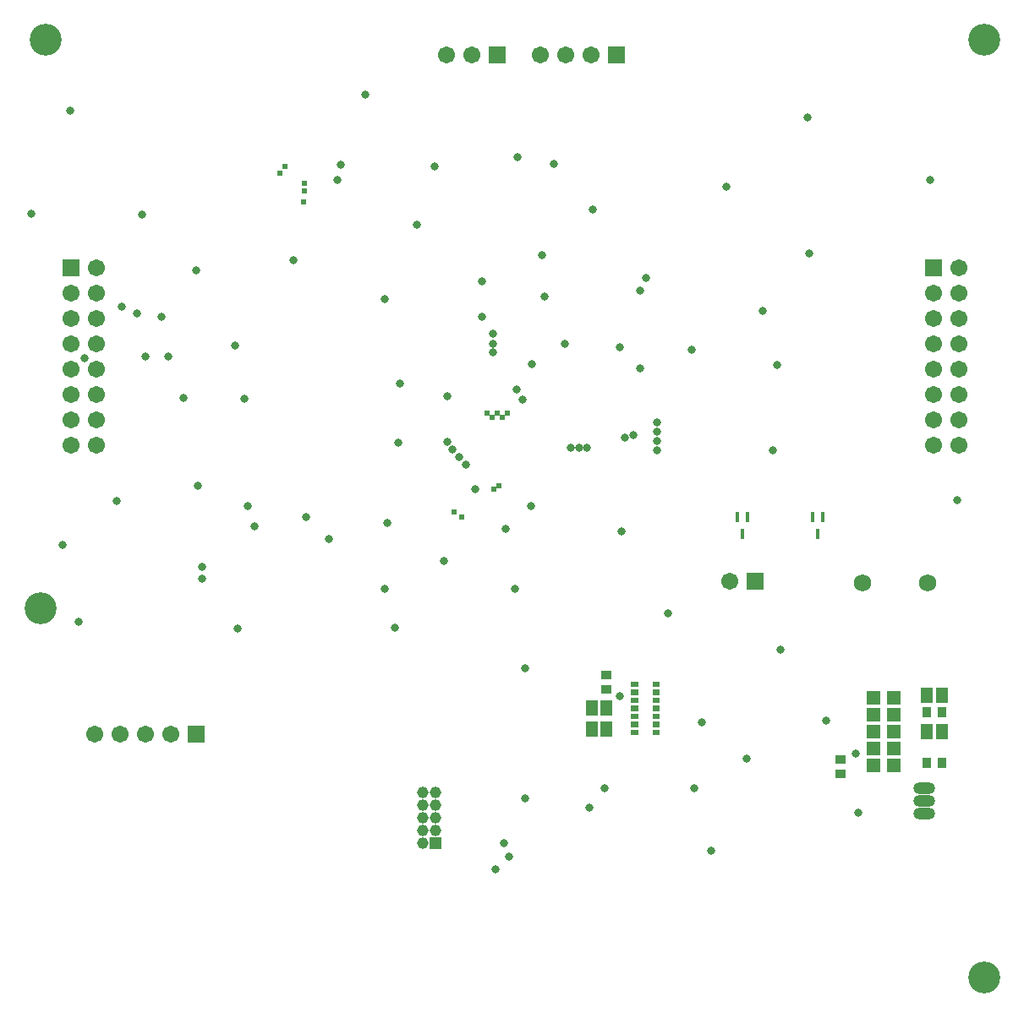
<source format=gbs>
G04 Layer_Color=16711935*
%FSLAX44Y44*%
%MOMM*%
G71*
G01*
G75*
%ADD80R,0.9032X1.1032*%
%ADD83R,1.1032X0.9032*%
%ADD104R,1.3032X1.6032*%
%ADD107R,1.7032X1.7032*%
%ADD108R,1.7032X1.7032*%
%ADD109C,1.7032*%
%ADD110C,1.1600*%
%ADD111R,1.1600X1.1600*%
%ADD112C,1.7272*%
%ADD113O,2.2032X1.2032*%
%ADD114O,2.2032X1.2032*%
%ADD115C,0.8032*%
%ADD116C,0.6032*%
%ADD117C,3.2032*%
G36*
X866348Y286642D02*
X852348D01*
Y300642D01*
X866348D01*
Y286642D01*
D02*
G37*
G36*
X645000Y281250D02*
X638000D01*
Y286750D01*
X645000D01*
Y281250D01*
D02*
G37*
G36*
X623500D02*
X616500D01*
Y286750D01*
X623500D01*
Y281250D01*
D02*
G37*
G36*
X886348Y286642D02*
X872348D01*
Y300642D01*
X886348D01*
Y286642D01*
D02*
G37*
G36*
X623500Y297250D02*
X616500D01*
Y302750D01*
X623500D01*
Y297250D01*
D02*
G37*
G36*
X645000Y289250D02*
X638000D01*
Y294750D01*
X645000D01*
Y289250D01*
D02*
G37*
G36*
X623500D02*
X616500D01*
Y294750D01*
X623500D01*
Y289250D01*
D02*
G37*
G36*
X645000Y273250D02*
X638000D01*
Y278750D01*
X645000D01*
Y273250D01*
D02*
G37*
G36*
X866348Y252642D02*
X852348D01*
Y266642D01*
X866348D01*
Y252642D01*
D02*
G37*
G36*
X886348Y235642D02*
X872348D01*
Y249642D01*
X886348D01*
Y235642D01*
D02*
G37*
G36*
X866348D02*
X852348D01*
Y249642D01*
X866348D01*
Y235642D01*
D02*
G37*
G36*
X886348Y252642D02*
X872348D01*
Y266642D01*
X886348D01*
Y252642D01*
D02*
G37*
G36*
X623500Y273250D02*
X616500D01*
Y278750D01*
X623500D01*
Y273250D01*
D02*
G37*
G36*
X886348Y269642D02*
X872348D01*
Y283642D01*
X886348D01*
Y269642D01*
D02*
G37*
G36*
X866348D02*
X852348D01*
Y283642D01*
X866348D01*
Y269642D01*
D02*
G37*
G36*
X804684Y470142D02*
X801636D01*
Y480302D01*
X804684D01*
Y470142D01*
D02*
G37*
G36*
X729684D02*
X726636D01*
Y480302D01*
X729684D01*
Y470142D01*
D02*
G37*
G36*
X645000Y321250D02*
X638000D01*
Y326750D01*
X645000D01*
Y321250D01*
D02*
G37*
G36*
X724858Y486398D02*
X721302D01*
Y496558D01*
X724858D01*
Y486398D01*
D02*
G37*
G36*
X810018D02*
X806462D01*
Y496558D01*
X810018D01*
Y486398D01*
D02*
G37*
G36*
X799858D02*
X796302D01*
Y496558D01*
X799858D01*
Y486398D01*
D02*
G37*
G36*
X735018D02*
X731462D01*
Y496558D01*
X735018D01*
Y486398D01*
D02*
G37*
G36*
X623500Y321250D02*
X616500D01*
Y326750D01*
X623500D01*
Y321250D01*
D02*
G37*
G36*
X886348Y303642D02*
X872348D01*
Y317642D01*
X886348D01*
Y303642D01*
D02*
G37*
G36*
X866348D02*
X852348D01*
Y317642D01*
X866348D01*
Y303642D01*
D02*
G37*
G36*
X645000Y297250D02*
X638000D01*
Y302750D01*
X645000D01*
Y297250D01*
D02*
G37*
G36*
X623500Y305250D02*
X616500D01*
Y310750D01*
X623500D01*
Y305250D01*
D02*
G37*
G36*
X645000Y313250D02*
X638000D01*
Y318750D01*
X645000D01*
Y313250D01*
D02*
G37*
G36*
X623500D02*
X616500D01*
Y318750D01*
X623500D01*
Y313250D01*
D02*
G37*
G36*
X645000Y305250D02*
X638000D01*
Y310750D01*
X645000D01*
Y305250D01*
D02*
G37*
D80*
X927488Y296418D02*
D03*
X912488D02*
D03*
X927500Y245000D02*
D03*
X912500D02*
D03*
D83*
X825754Y234054D02*
D03*
Y249054D02*
D03*
X591820Y318636D02*
D03*
Y333636D02*
D03*
D104*
X577000Y300000D02*
D03*
X592000D02*
D03*
X577000Y279000D02*
D03*
X592000D02*
D03*
X927488Y276352D02*
D03*
X912488D02*
D03*
X927488Y313436D02*
D03*
X912488D02*
D03*
D107*
X919480Y741680D02*
D03*
X55880D02*
D03*
D108*
X740400Y427000D02*
D03*
X482600Y955040D02*
D03*
X601980D02*
D03*
X180928Y274110D02*
D03*
D109*
X715000Y427000D02*
D03*
X457200Y955040D02*
D03*
X431800D02*
D03*
X525780D02*
D03*
X551180D02*
D03*
X576580D02*
D03*
X944880Y741680D02*
D03*
X919480Y716280D02*
D03*
X944880D02*
D03*
X919480Y690880D02*
D03*
X944880D02*
D03*
X919480Y665480D02*
D03*
X944880D02*
D03*
X919480Y640080D02*
D03*
X944880D02*
D03*
X919480Y614680D02*
D03*
X944880D02*
D03*
X919480Y589280D02*
D03*
X944880D02*
D03*
X919480Y563880D02*
D03*
X944880D02*
D03*
X81280Y741680D02*
D03*
X55880Y716280D02*
D03*
X81280D02*
D03*
X55880Y690880D02*
D03*
X81280D02*
D03*
X55880Y665480D02*
D03*
X81280D02*
D03*
X55880Y640080D02*
D03*
X81280D02*
D03*
X55880Y614680D02*
D03*
X81280D02*
D03*
X55880Y589280D02*
D03*
X81280D02*
D03*
X55880Y563880D02*
D03*
X81280D02*
D03*
X79328Y274110D02*
D03*
X104728D02*
D03*
X130128D02*
D03*
X155528D02*
D03*
D110*
X420196Y215690D02*
D03*
X407496D02*
D03*
X420196Y190290D02*
D03*
Y202990D02*
D03*
X407496D02*
D03*
Y190290D02*
D03*
Y164890D02*
D03*
Y177590D02*
D03*
X420196D02*
D03*
D111*
Y164890D02*
D03*
D112*
X848000Y426000D02*
D03*
X913000D02*
D03*
D113*
X909828Y220218D02*
D03*
D114*
Y207518D02*
D03*
Y194818D02*
D03*
D115*
X502158Y620014D02*
D03*
X507492Y609854D02*
D03*
X481076Y138938D02*
D03*
X625602Y718820D02*
D03*
X631000Y731012D02*
D03*
X555752Y561086D02*
D03*
X451104Y544576D02*
D03*
X444500Y551942D02*
D03*
X437721Y559562D02*
D03*
X432308Y567182D02*
D03*
X572516Y561340D02*
D03*
X564134D02*
D03*
X467360Y728218D02*
D03*
X187000Y430000D02*
D03*
X793120Y892000D02*
D03*
X239014Y482346D02*
D03*
X232808Y503174D02*
D03*
X222838Y380238D02*
D03*
X676910Y659130D02*
D03*
X530098Y712978D02*
D03*
X478028Y675132D02*
D03*
X642620Y586740D02*
D03*
Y568198D02*
D03*
X618490Y573786D02*
D03*
X642620Y577596D02*
D03*
X494284Y151384D02*
D03*
X489204Y164846D02*
D03*
X610362Y570992D02*
D03*
X228854Y610108D02*
D03*
X350654Y914908D02*
D03*
X502920Y852170D02*
D03*
X879348Y293642D02*
D03*
X370000Y420000D02*
D03*
X383286Y566166D02*
D03*
X460000Y520000D02*
D03*
X500000Y420000D02*
D03*
X510000Y340000D02*
D03*
Y210000D02*
D03*
X590000Y220000D02*
D03*
X680000D02*
D03*
X605000Y312000D02*
D03*
X687000Y286000D02*
D03*
X812000Y288000D02*
D03*
X841502Y255016D02*
D03*
X732028Y249682D02*
D03*
X697000Y157000D02*
D03*
X844296Y195326D02*
D03*
X766000Y359000D02*
D03*
X762254Y643890D02*
D03*
X748000Y698000D02*
D03*
X795020Y755650D02*
D03*
X712000Y823000D02*
D03*
X539000Y846000D02*
D03*
X402000Y785000D02*
D03*
X278000Y749000D02*
D03*
X369824Y709930D02*
D03*
X220000Y664000D02*
D03*
X168000Y611000D02*
D03*
X181000Y739000D02*
D03*
X126492Y794766D02*
D03*
X63000Y387000D02*
D03*
X16000Y796000D02*
D03*
X55000Y899000D02*
D03*
X578000Y800000D02*
D03*
X527304Y754238D02*
D03*
X325500Y845000D02*
D03*
X478536Y656844D02*
D03*
X625500Y641000D02*
D03*
X605500Y662000D02*
D03*
X477774Y665480D02*
D03*
X322072Y829818D02*
D03*
X429006Y447802D02*
D03*
X314198Y470154D02*
D03*
X384810Y625348D02*
D03*
X517398Y645160D02*
D03*
X491236Y480314D02*
D03*
X550164Y665226D02*
D03*
X153416Y653034D02*
D03*
X130302Y652272D02*
D03*
X146050Y692150D02*
D03*
X106426Y702564D02*
D03*
X121412Y695706D02*
D03*
X69088Y651256D02*
D03*
X101600Y508254D02*
D03*
X182880Y522732D02*
D03*
X607060Y477520D02*
D03*
X372618Y486156D02*
D03*
X516382Y503174D02*
D03*
X467360Y692658D02*
D03*
X432308Y612648D02*
D03*
X419862Y843026D02*
D03*
X915924Y829564D02*
D03*
X758698Y558800D02*
D03*
X942848Y509016D02*
D03*
X653796Y394970D02*
D03*
X380238Y381000D02*
D03*
X46990Y463804D02*
D03*
X290830Y491744D02*
D03*
X186944Y441706D02*
D03*
X642620Y558546D02*
D03*
X574548Y200660D02*
D03*
D116*
X472440Y595884D02*
D03*
X477520Y591820D02*
D03*
X482346Y596138D02*
D03*
X487426Y591820D02*
D03*
X492506Y596138D02*
D03*
X289052Y818388D02*
D03*
Y826008D02*
D03*
X264414Y836422D02*
D03*
X270256Y843153D02*
D03*
X439420Y496824D02*
D03*
X483870Y523240D02*
D03*
X478790Y519430D02*
D03*
X446786Y491744D02*
D03*
X288290Y807212D02*
D03*
X927862Y296672D02*
D03*
D117*
X30000Y970000D02*
D03*
X25000Y400000D02*
D03*
X970000Y30000D02*
D03*
Y970000D02*
D03*
M02*

</source>
